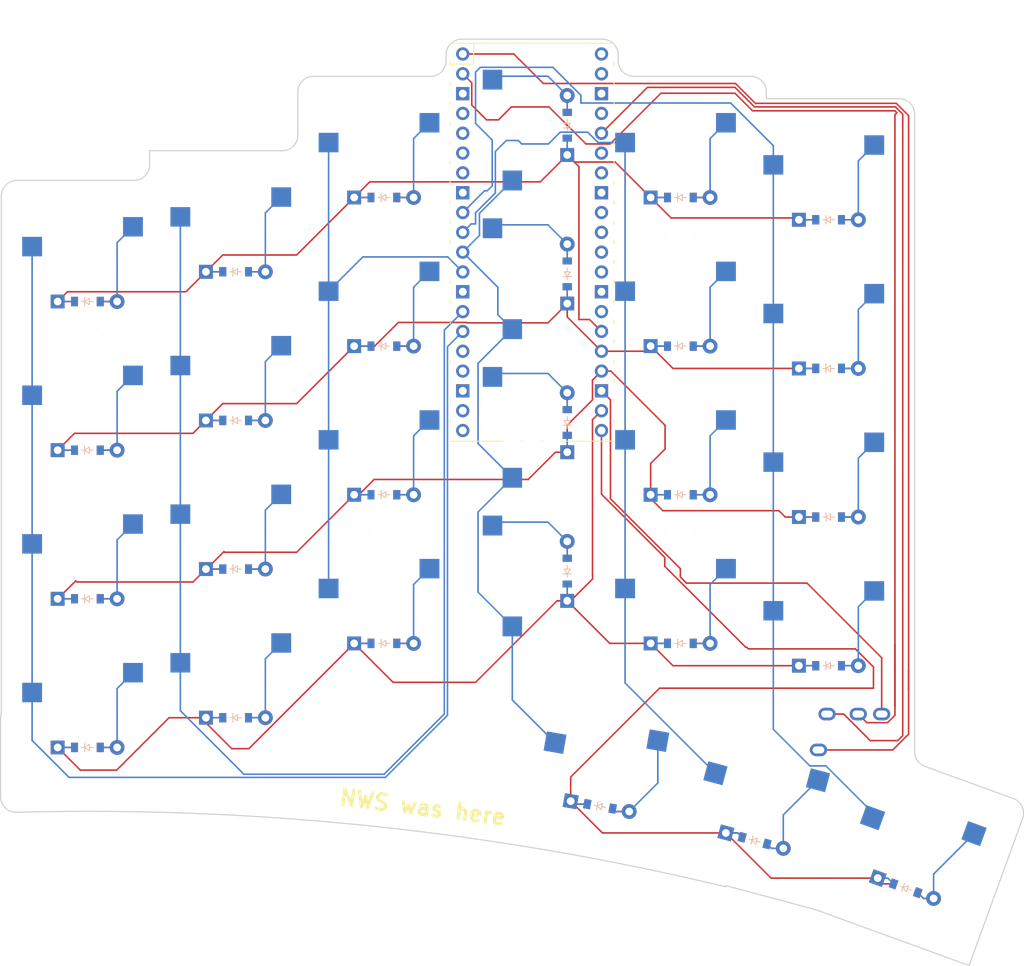
<source format=kicad_pcb>
(kicad_pcb (version 20241229) (generator "pcbnew") (generator_version "9.0")
  (title_block (title "left") (date "2025-08-21") (rev "v1.0.0") (company "Unknown"))
  (layers (0 "F.Cu" signal) (2 "B.Cu" signal) (13 "F.Paste" user) (15 "B.Paste" user) (5 "F.SilkS" user "F.Silkscreen") (7 "B.SilkS" user "B.Silkscreen") (1 "F.Mask" user) (3 "B.Mask" user) (25 "Edge.Cuts" user))
  (net 0 "")
  (net 1 "GP11")
  (net 2 "outer_bottom")
  (net 3 "outer_home")
  (net 4 "outer_top")
  (net 5 "outer_num")
  (net 6 "GP10")
  (net 7 "pinky_bottom")
  (net 8 "pinky_home")
  (net 9 "pinky_top")
  (net 10 "pinky_num")
  (net 11 "GP9")
  (net 12 "ring_bottom")
  (net 13 "ring_home")
  (net 14 "ring_top")
  (net 15 "ring_num")
  (net 16 "GP7")
  (net 17 "index_bottom")
  (net 18 "index_home")
  (net 19 "index_top")
  (net 20 "index_num")
  (net 21 "GP6")
  (net 22 "inner_bottom")
  (net 23 "inner_home")
  (net 24 "inner_top")
  (net 25 "inner_num")
  (net 26 "GP8")
  (net 27 "tuck_only")
  (net 28 "center_only")
  (net 29 "reach_only")
  (net 30 "middle_bottom")
  (net 31 "middle_home")
  (net 32 "middle_top")
  (net 33 "middle_num")
  (net 34 "GP17")
  (net 35 "GP18")
  (net 36 "GP19")
  (net 37 "GP20")
  (net 38 "GP16")
  (net 39 "3V3")
  (net 40 "GP0")
  (net 41 "GP1")
  (net 42 "GND")
  (net 43 "GP2")
  (net 44 "GP3")
  (net 45 "GP4")
  (net 46 "GP5")
  (net 47 "GP12")
  (net 48 "GP13")
  (net 49 "GP14")
  (net 50 "GP15")
  (net 51 "GP21")
  (net 52 "GP22")
  (net 53 "GP26")
  (net 54 "GP27")
  (net 55 "GP28")
  (net 56 "RUN")
  (net 57 "ADC_VREF")
  (net 58 "3V3_EN")
  (net 59 "VSYS")
  (net 60 "VBUS")
  (net 61 "AGND")
  (footprint "ComboDiode" (layer "F.Cu") (at 145 132.11)
    (property "Reference" "D16" (hide yes))
    (property "Value" "" (hide yes))
  )
  (footprint "MX" (layer "F.Cu") (at 164 130.4675)
    (property "Reference" "S20" (hide yes))
    (property "Value" "" (hide yes))
  )
  (footprint "ComboDiode" (layer "F.Cu") (at 107 189.26)
    (property "Reference" "D9" (hide yes))
    (property "Value" "" (hide yes))
  )
  (footprint "ComboDiode" (layer "F.Cu") (at 145 151.16)
    (property "Reference" "D15" (hide yes))
    (property "Value" "" (hide yes))
  )
  (footprint "MX" (layer "F.Cu") (at 164 187.6175)
    (property "Reference" "S17" (hide yes))
    (property "Value" "" (hide yes))
  )
  (footprint "ComboDiode" (layer "F.Cu") (at 69 164.495)
    (property "Reference" "D3" (hide yes))
    (property "Value" "" (hide yes))
  )
  (footprint "ComboDiode" (layer "F.Cu") (at 145 189.26)
    (property "Reference" "D13" (hide yes))
    (property "Value" "" (hide yes))
  )
  (footprint "MX" (layer "F.Cu") (at 126 179.9975 90)
    (property "Reference" "S24" (hide yes))
    (property "Value" "" (hide yes))
  )
  (footprint "ComboDiode" (layer "F.Cu") (at 88 141.635)
    (property "Reference" "D8" (hide yes))
    (property "Value" "" (hide yes))
  )
  (footprint "MX" (layer "F.Cu") (at 126 122.8475 90)
    (property "Reference" "S27" (hide yes))
    (property "Value" "" (hide yes))
  )
  (footprint "RPi_Pico_SMD_TH" (layer "F.Cu") (at 126 137.8475)
    (property "Reference" "_1" (hide yes))
    (property "Value" "RPi_Pico_SMD_TH")
  )
  (footprint "MX" (layer "F.Cu") (at 88 156.185)
    (property "Reference" "S7" (hide yes))
    (property "Value" "" (hide yes))
  )
  (footprint "ComboDiode" (layer "F.Cu") (at 107 151.16)
    (property "Reference" "D11" (hide yes))
    (property "Value" "" (hide yes))
  )
  (footprint "MX" (layer "F.Cu") (at 88 194.285)
    (property "Reference" "S5" (hide yes))
    (property "Value" "" (hide yes))
  )
  (footprint "MX" (layer "F.Cu") (at 107 165.71)
    (property "Reference" "S10" (hide yes))
    (property "Value" "" (hide yes))
  )
  (footprint "MX" (layer "F.Cu") (at 164 168.5675)
    (property "Reference" "S18" (hide yes))
    (property "Value" "" (hide yes))
  )
  (footprint "ComboDiode" (layer "F.Cu") (at 130.5 179.9975 90)
    (property "Reference" "D24" (hide yes))
    (property "Value" "" (hide yes))
  )
  (footprint "ComboDiode" (layer "F.Cu") (at 88 179.735)
    (property "Reference" "D6" (hide yes))
    (property "Value" "" (hide yes))
  )
  (footprint "MX" (layer "F.Cu") (at 107 146.66)
    (property "Reference" "S11" (hide yes))
    (property "Value" "" (hide yes))
  )
  (footprint "ComboDiode" (layer "F.Cu") (at 164 192.1175)
    (property "Reference" "D17" (hide yes))
    (property "Value" "" (hide yes))
  )
  (footprint "MX" (layer "F.Cu") (at 107 127.61)
    (property "Reference" "S12" (hide yes))
    (property "Value" "" (hide yes))
  )
  (footprint "HOLE_M2_TH" (layer "F.Cu") (at 165.16057 216.739174 -20)
    (property "Reference" "")
    (property "Value" "")
  )
  (footprint "MX" (layer "F.Cu") (at 145 127.61)
    (property "Reference" "S16" (hide yes))
    (property "Value" "" (hide yes))
  )
  (footprint "ComboDiode" (layer "F.Cu") (at 130.5 141.8975 90)
    (property "Reference" "D26" (hide yes))
    (property "Value" "" (hide yes))
  )
  (footprint "HOLE_M2_TH" (layer "F.Cu") (at 69 188.57)
    (property "Reference" "")
    (property "Value" "")
  )
  (footprint "MX" (layer "F.Cu") (at 88 137.135)
    (property "Reference" "S8" (hide yes))
    (property "Value" "" (hide yes))
  )
  (footprint "ComboDiode" (layer "F.Cu") (at 88 198.785)
    (property "Reference" "D5" (hide yes))
    (property "Value" "" (hide yes))
  )
  (footprint "HOLE_M2_TH" (layer "F.Cu") (at 69 150.47)
    (property "Reference" "")
    (property "Value" "")
  )
  (footprint "MX" (layer "F.Cu") (at 126 160.9475 90)
    (property "Reference" "S25" (hide yes))
    (property "Value" "" (hide yes))
  )
  (footprint "ComboDiode" (layer "F.Cu") (at 130.5 160.9475 90)
    (property "Reference" "D25" (hide yes))
    (property "Value" "" (hide yes))
  )
  (footprint "ComboDiode" (layer "F.Cu") (at 134.693583 210.146635 -10)
    (property "Reference" "D21" (hide yes))
    (property "Value" "" (hide yes))
  )
  (footprint "ComboDiode" (layer "F.Cu") (at 164 134.9675)
    (property "Reference" "D20" (hide yes))
    (property "Value" "" (hide yes))
  )
  (footprint "HOLE_M2_TH" (layer "F.Cu") (at 145 137.135)
    (property "Reference" "")
    (property "Value" "")
  )
  (footprint "ComboDiode" (layer "F.Cu") (at 107 170.21)
    (property "Reference" "D10" (hide yes))
    (property "Value" "" (hide yes))
  )
  (footprint "ComboDiode" (layer "F.Cu") (at 130.5 122.8475 90)
    (property "Reference" "D27" (hide yes))
    (property "Value" "" (hide yes))
  )
  (footprint "MX" (layer "F.Cu") (at 69 179.045)
    (property "Reference" "S2" (hide yes))
    (property "Value" "" (hide yes))
  )
  (footprint "MX" (layer "F.Cu") (at 175.414239 216.416687 -20)
    (property "Reference" "S23" (hide yes))
    (property "Value" "" (hide yes))
  )
  (footprint "HOLE_M2_TH" (layer "F.Cu") (at 107 175.235)
    (property "Reference" "")
    (property "Value" "")
  )
  (footprint "ComboDiode" (layer "F.Cu") (at 164 154.0175)
    (property "Reference" "D19" (hide yes))
    (property "Value" "" (hide yes))
  )
  (footprint "ComboDiode" (layer "F.Cu") (at 164 173.0675)
    (property "Reference" "D18" (hide yes))
    (property "Value" "" (hide yes))
  )
  (footprint "MX" (layer "F.Cu") (at 155.678242 210.193951 -15)
    (property "Reference" "S22" (hide yes))
    (property "Value" "" (hide yes))
  )
  (footprint "MX" (layer "F.Cu") (at 126 141.8975 90)
    (property "Reference" "S26" (hide yes))
    (property "Value" "" (hide yes))
  )
  (footprint "ComboDiode" (layer "F.Cu") (at 69 145.445)
    (property "Reference" "D4" (hide yes))
    (property "Value" "" (hide yes))
  )
  (footprint "MX" (layer "F.Cu") (at 88 175.235)
    (property "Reference" "S6" (hide yes))
    (property "Value" "" (hide yes))
  )
  (footprint "ComboDiode" (layer "F.Cu") (at 69 202.595)
    (property "Reference" "D1" (hide yes))
    (property "Value" "" (hide yes))
  )
  (footprint "ComboDiode" (layer "F.Cu") (at 69 183.545)
    (property "Reference" "D2" (hide yes))
    (property "Value" "" (hide yes))
  )
  (footprint "MX" (layer "F.Cu") (at 69 198.095)
    (property "Reference" "S1" (hide yes))
    (property "Value" "" (hide yes))
  )
  (footprint "MX" (layer "F.Cu") (at 145 165.71)
    (property "Reference" "S14" (hide yes))
    (property "Value" "" (hide yes))
  )
  (footprint "ComboDiode" (layer "F.Cu") (at 107 132.11)
    (property "Reference" "D12" (hide yes))
    (property "Value" "" (hide yes))
  )
  (footprint "MX" (layer "F.Cu") (at 107 184.76)
    (property "Reference" "S9" (hide yes))
    (property "Value" "" (hide yes))
  )
  (footprint "ComboDiode" (layer "F.Cu") (at 173.875148 220.645304 -20)
    (property "Reference" "D23" (hide yes))
    (property "Value" "" (hide yes))
  )
  (footprint "ComboDiode" (layer "F.Cu") (at 154.513557 214.540617 -15)
    (property "Reference" "D22" (hide yes))
    (property "Value" "" (hide yes))
  )
  (footprint "MX" (layer "F.Cu") (at 69 159.995)
    (property "Reference" "S3" (hide yes))
    (property "Value" "" (hide yes))
  )
  (footprint "HOLE_M2_TH" (layer "F.Cu") (at 145 175.235)
    (property "Reference" "")
    (property "Value" "")
  )
  (footprint "ComboDiode" (layer "F.Cu") (at 88 160.685)
    (property "Reference" "D7" (hide yes))
    (property "Value" "" (hide yes))
  )
  (footprint "MX" (layer "F.Cu") (at 69 140.945)
    (property "Reference" "S4" (hide yes))
    (property "Value" "" (hide yes))
  )
  (footprint "MX" (layer "F.Cu") (at 135.475 205.715 -10)
    (property "Reference" "S21" (hide yes))
    (property "Value" "" (hide yes))
  )
  (footprint "MX" (layer "F.Cu") (at 164 149.5175)
    (property "Reference" "S19" (hide yes))
    (property "Value" "" (hide yes))
  )
  (footprint "ComboDiode" (layer "F.Cu") (at 145 170.21)
    (property "Reference" "D14" (hide yes))
    (property "Value" "" (hide yes))
  )
  (footprint "MX" (layer "F.Cu") (at 145 146.66)
    (property "Reference" "S15" (hide yes))
    (property "Value" "" (hide yes))
  )
  (footprint "MX" (layer "F.Cu") (at 145 184.76)
    (property "Reference" "S13" (hide yes))
    (property "Value" "" (hide yes))
  )
  (footprint "ceoloide:trrs_pj320a" (layer "B.Cu") (at 174 200.6175 -90)
    (property "Reference" "TRRS1" (hide yes))
    (property "Value" "")
  )
  (gr_line (start 137.025 114.585) (end 137.025 113.8225) (stroke (width 0.15)) (layer "Edge.Cuts"))
  (gr_line (start 76.975 126.11) (end 76.975 127.92) (stroke (width 0.15)) (layer "Edge.Cuts"))
  (gr_arc (start 57.975 131.92) (mid 58.560786 130.505786) (end 59.975 129.92) (stroke (width 0.15)) (layer "Edge.Cuts"))
  (gr_line (start 156.025 119.4425) (end 156.025 118.585) (stroke (width 0.15)) (layer "Edge.Cuts"))
  (gr_line (start 93.975 126.11) (end 76.975 126.11) (stroke (width 0.15)) (layer "Edge.Cuts"))
  (gr_arc (start 59.927469 210.905525) (mid 105.66354 212.69915) (end 150.774461 220.445772) (stroke (width 0.15)) (layer "Edge.Cuts"))
  (gr_arc (start 95.975 118.585) (mid 96.560786 117.170786) (end 97.975 116.585) (stroke (width 0.15)) (layer "Edge.Cuts"))
  (gr_line (start 114.975 113.8225) (end 114.975 114.585) (stroke (width 0.15)) (layer "Edge.Cuts"))
  (gr_line (start 182.003578 230.54757) (end 188.861082 211.706733) (stroke (width 0.15)) (layer "Edge.Cuts"))
  (gr_arc (start 76.975 127.92) (mid 76.389214 129.334214) (end 74.975 129.92) (stroke (width 0.15)) (layer "Edge.Cuts"))
  (gr_line (start 150.774461 220.445772) (end 150.800031 220.300758) (stroke (width 0.15)) (layer "Edge.Cuts"))
  (gr_arc (start 139.025 116.585) (mid 137.610786 115.999214) (end 137.025 114.585) (stroke (width 0.15)) (layer "Edge.Cuts"))
  (gr_line (start 112.975 116.585) (end 97.975 116.585) (stroke (width 0.15)) (layer "Edge.Cuts"))
  (gr_line (start 74.975 129.92) (end 59.975 129.92) (stroke (width 0.15)) (layer "Edge.Cuts"))
  (gr_arc (start 176.34096 205.021426) (mid 175.38668 204.289197) (end 175.025 203.14204) (stroke (width 0.15)) (layer "Edge.Cuts"))
  (gr_arc (start 114.975 113.8225) (mid 115.560786 112.408286) (end 116.975 111.8225) (stroke (width 0.15)) (layer "Edge.Cuts"))
  (gr_arc (start 173.025 119.4425) (mid 174.439214 120.028286) (end 175.025 121.4425) (stroke (width 0.15)) (layer "Edge.Cuts"))
  (gr_line (start 135.025 111.8225) (end 116.975 111.8225) (stroke (width 0.15)) (layer "Edge.Cuts"))
  (gr_arc (start 135.025 111.8225) (mid 136.439214 112.408286) (end 137.025 113.8225) (stroke (width 0.15)) (layer "Edge.Cuts"))
  (gr_line (start 150.800031 220.300758) (end 162.363646 223.399219) (stroke (width 0.15)) (layer "Edge.Cuts"))
  (gr_line (start 187.665737 209.143307) (end 176.34096 205.021426) (stroke (width 0.15)) (layer "Edge.Cuts"))
  (gr_line (start 154.025 116.585) (end 139.025 116.585) (stroke (width 0.15)) (layer "Edge.Cuts"))
  (gr_line (start 95.975 118.585) (end 95.975 124.11) (stroke (width 0.15)) (layer "Edge.Cuts"))
  (gr_line (start 175.025 203.14204) (end 175.025 121.4425) (stroke (width 0.15)) (layer "Edge.Cuts"))
  (gr_arc (start 154.025 116.585) (mid 155.439214 117.170786) (end 156.025 118.585) (stroke (width 0.15)) (layer "Edge.Cuts"))
  (gr_arc (start 59.927469 210.905525) (mid 58.479456 210.338858) (end 57.875 208.906213) (stroke (width 0.15)) (layer "Edge.Cuts"))
  (gr_arc (start 95.975 124.11) (mid 95.389214 125.524214) (end 93.975 126.11) (stroke (width 0.15)) (layer "Edge.Cuts"))
  (gr_line (start 162.363646 223.399219) (end 182.003578 230.54757) (stroke (width 0.15)) (layer "Edge.Cuts"))
  (gr_line (start 173.025 119.4425) (end 156.025 119.4425) (stroke (width 0.15)) (layer "Edge.Cuts"))
  (gr_line (start 57.875 208.906213) (end 57.875 198.78191) (stroke (width 0.15)) (layer "Edge.Cuts"))
  (gr_arc (start 187.665737 209.143307) (mid 188.794319 210.177456) (end 188.861082 211.706733) (stroke (width 0.15)) (layer "Edge.Cuts"))
  (gr_arc (start 114.975 114.585) (mid 114.389214 115.999214) (end 112.975 116.585) (stroke (width 0.15)) (layer "Edge.Cuts"))
  (gr_line (start 57.975 198.214782) (end 57.975 131.92) (stroke (width 0.15)) (layer "Edge.Cuts"))
  (gr_line (start 57.975 198.214782) (end 57.875 198.78191) (stroke (width 0.15)) (layer "Edge.Cuts"))
  (gr_text "NWS was here" (at 122.829462 211.608663 -7) (layer "F.SilkS") (effects (font (size 2 2) (thickness 0.4)) (justify right)))
  (segment (start 115.151 198.476533) (end 107.191766 206.435767) (width 0.2) (layer "B.Cu") (net 1))
  (segment (start 61.915 195.555) (end 61.915 138.405) (width 0.2) (layer "B.Cu") (net 1))
  (segment (start 115.151 151.2365) (end 115.151 198.476533) (width 0.2) (layer "B.Cu") (net 1))
  (segment (start 61.915 201.7) (end 61.915 195.555) (width 0.2) (layer "B.Cu") (net 1))
  (segment (start 66.650767 206.435767) (end 61.915 201.7) (width 0.2) (layer "B.Cu") (net 1))
  (segment (start 107.191766 206.435767) (end 66.650767 206.435767) (width 0.2) (layer "B.Cu") (net 1))
  (segment (start 117.11 149.2775) (end 115.151 151.2365) (width 0.2) (layer "B.Cu") (net 1))
  (segment (start 72.81 202.595) (end 70.65 202.595) (width 0.2) (layer "F.Cu") (net 2))
  (segment (start 74.842 193.015) (end 72.81 195.047) (width 0.2) (layer "B.Cu") (net 2))
  (segment (start 72.81 202.595) (end 70.65 202.595) (width 0.2) (layer "B.Cu") (net 2))
  (segment (start 72.81 195.047) (end 72.81 202.595) (width 0.2) (layer "B.Cu") (net 2))
  (segment (start 72.81 183.545) (end 70.65 183.545) (width 0.2) (layer "F.Cu") (net 3))
  (segment (start 74.842 173.965) (end 72.81 175.997) (width 0.2) (layer "B.Cu") (net 3))
  (segment (start 70.65 183.545) (end 72.81 183.545) (width 0.2) (layer "B.Cu") (net 3))
  (segment (start 72.81 175.997) (end 72.81 183.545) (width 0.2) (layer "B.Cu") (net 3))
  (segment (start 72.81 164.495) (end 70.65 164.495) (width 0.2) (layer "F.Cu") (net 4))
  (segment (start 74.842 154.915) (end 72.81 156.947) (width 0.2) (layer "B.Cu") (net 4))
  (segment (start 72.81 164.495) (end 70.65 164.495) (width 0.2) (layer "B.Cu") (net 4))
  (segment (start 72.81 156.947) (end 72.81 164.495) (width 0.2) (layer "B.Cu") (net 4))
  (segment (start 72.81 145.445) (end 70.65 145.445) (width 0.2) (layer "F.Cu") (net 5))
  (segment (start 72.81 145.445) (end 70.65 145.445) (width 0.2) (layer "B.Cu") (net 5))
  (segment (start 74.842 135.865) (end 72.81 137.897) (width 0.2) (layer "B.Cu") (net 5))
  (segment (start 72.81 137.897) (end 72.81 145.445) (width 0.2) (layer "B.Cu") (net 5))
  (segment (start 89.059767 206.034767) (end 107.025666 206.034767) (width 0.2) (layer "B.Cu") (net 6))
  (segment (start 114.75 149.0975) (end 117.11 146.7375) (width 0.2) (layer "B.Cu") (net 6))
  (segment (start 80.915 191.745) (end 80.915 197.89) (width 0.2) (layer "B.Cu") (net 6))
  (segment (start 114.75 198.310433) (end 114.75 149.0975) (width 0.2) (layer "B.Cu") (net 6))
  (segment (start 80.915 197.89) (end 89.059767 206.034767) (width 0.2) (layer "B.Cu") (net 6))
  (segment (start 80.915 191.745) (end 80.915 134.595) (width 0.2) (layer "B.Cu") (net 6))
  (segment (start 107.025666 206.034767) (end 114.75 198.310433) (width 0.2) (layer "B.Cu") (net 6))
  (segment (start 91.81 198.785) (end 89.65 198.785) (width 0.2) (layer "F.Cu") (net 7))
  (segment (start 93.842 189.205) (end 91.81 191.237) (width 0.2) (layer "B.Cu") (net 7))
  (segment (start 89.65 198.785) (end 91.81 198.785) (width 0.2) (layer "B.Cu") (net 7))
  (segment (start 91.81 191.237) (end 91.81 198.785) (width 0.2) (layer "B.Cu") (net 7))
  (segment (start 91.81 179.735) (end 89.65 179.735) (width 0.2) (layer "F.Cu") (net 8))
  (segment (start 91.81 179.735) (end 89.65 179.735) (width 0.2) (layer "B.Cu") (net 8))
  (segment (start 91.81 172.187) (end 91.81 179.735) (width 0.2) (layer "B.Cu") (net 8))
  (segment (start 93.842 170.155) (end 91.81 172.187) (width 0.2) (layer "B.Cu") (net 8))
  (segment (start 91.81 160.685) (end 89.65 160.685) (width 0.2) (layer "F.Cu") (net 9))
  (segment (start 93.842 151.105) (end 91.81 153.137) (width 0.2) (layer "B.Cu") (net 9))
  (segment (start 91.81 153.137) (end 91.81 160.685) (width 0.2) (layer "B.Cu") (net 9))
  (segment (start 91.81 160.685) (end 89.65 160.685) (width 0.2) (layer "B.Cu") (net 9))
  (segment (start 91.81 141.635) (end 89.65 141.635) (width 0.2) (layer "F.Cu") (net 10))
  (segment (start 91.81 141.635) (end 89.65 141.635) (width 0.2) (layer "B.Cu") (net 10))
  (segment (start 93.842 132.055) (end 91.81 134.087) (width 0.2) (layer "B.Cu") (net 10))
  (segment (start 91.81 134.087) (end 91.81 141.635) (width 0.2) (layer "B.Cu") (net 10))
  (segment (start 99.915 144.12) (end 104.306 139.729) (width 0.2) (layer "B.Cu") (net 11))
  (segment (start 104.306 139.729) (end 115.1815 139.729) (width 0.2) (layer "B.Cu") (net 11))
  (segment (start 99.915 182.22) (end 99.915 125.07) (width 0.2) (layer "B.Cu") (net 11))
  (segment (start 115.1815 139.729) (end 117.11 141.6575) (width 0.2) (layer "B.Cu") (net 11))
  (segment (start 110.81 189.26) (end 108.65 189.26) (width 0.2) (layer "F.Cu") (net 12))
  (segment (start 108.65 189.26) (end 110.81 189.26) (width 0.2) (layer "B.Cu") (net 12))
  (segment (start 110.81 181.712) (end 110.81 189.26) (width 0.2) (layer "B.Cu") (net 12))
  (segment (start 112.842 179.68) (end 110.81 181.712) (width 0.2) (layer "B.Cu") (net 12))
  (segment (start 110.81 170.21) (end 108.65 170.21) (width 0.2) (layer "F.Cu") (net 13))
  (segment (start 112.842 160.63) (end 110.81 162.662) (width 0.2) (layer "B.Cu") (net 13))
  (segment (start 110.81 162.662) (end 110.81 170.21) (width 0.2) (layer "B.Cu") (net 13))
  (segment (start 110.81 170.21) (end 108.65 170.21) (width 0.2) (layer "B.Cu") (net 13))
  (segment (start 110.81 151.16) (end 108.65 151.16) (width 0.2) (layer "F.Cu") (net 14))
  (segment (start 112.842 141.58) (end 110.81 143.612) (width 0.2) (layer "B.Cu") (net 14))
  (segment (start 110.81 143.612) (end 110.81 151.16) (width 0.2) (layer "B.Cu") (net 14))
  (segment (start 110.81 151.16) (end 108.65 151.16) (width 0.2) (layer "B.Cu") (net 14))
  (segment (start 110.81 132.11) (end 108.65 132.11) (width 0.2) (layer "F.Cu") (net 15))
  (segment (start 108.65 132.11) (end 110.81 132.11) (width 0.2) (layer "B.Cu") (net 15))
  (segment (start 112.842 122.53) (end 110.81 124.562) (width 0.2) (layer "B.Cu") (net 15))
  (segment (start 110.81 124.562) (end 110.81 132.11) (width 0.2) (layer "B.Cu") (net 15))
  (segment (start 124.226709 124.8065) (end 122.693291 124.8065) (width 0.2) (layer "B.Cu") (net 16))
  (segment (start 137.915 125.07) (end 137.735 125.25) (width 0.2) (layer "B.Cu") (net 16))
  (segment (start 118.75 134.0754) (end 118.75 135.5) (width 0.2) (layer "B.Cu") (net 16))
  (segment (start 129.599 123.7465) (end 133.13124 123.7465) (width 0.2) (layer "B.Cu") (net 16))
  (segment (start 134.45474 125.07) (end 137.915 125.07) (width 0.2) (layer "B.Cu") (net 16))
  (segment (start 121.2877 131.5377) (end 118.75 134.0754) (width 0.2) (layer "B.Cu") (net 16))
  (segment (start 128.097 125.2485) (end 129.599 123.7465) (width 0.2) (layer "B.Cu") (net 16))
  (segment (start 133.13124 123.7465) (end 134.45474 125.07) (width 0.2) (layer "B.Cu") (net 16))
  (segment (start 121.2877 126.212091) (end 121.2877 131.5377) (width 0.2) (layer "B.Cu") (net 16))
  (segment (start 124.66871 125.2485) (end 128.097 125.2485) (width 0.2) (layer "B.Cu") (net 16))
  (segment (start 124.670209 125.25) (end 124.460105 125.039895) (width 0.2) (layer "B.Cu") (net 16))
  (segment (start 118.1875 135.5) (end 117.11 136.5775) (width 0.2) (layer "B.Cu") (net 16))
  (segment (start 137.915 182.22) (end 137.915 194.329708) (width 0.2) (layer "B.Cu") (net 16))
  (segment (start 137.915 194.329708) (end 149.492058 205.906766) (width 0.2) (layer "B.Cu") (net 16))
  (segment (start 118.75 135.5) (end 118.1875 135.5) (width 0.2) (layer "B.Cu") (net 16))
  (segment (start 122.693291 124.8065) (end 121.2877 126.212091) (width 0.2) (layer "B.Cu") (net 16))
  (segment (start 124.460105 125.039895) (end 124.226709 124.8065) (width 0.2) (layer "B.Cu") (net 16))
  (segment (start 137.915 125.07) (end 137.915 182.22) (width 0.2) (layer "B.Cu") (net 16))
  (segment (start 124.460105 125.039895) (end 124.66871 125.2485) (width 0.2) (layer "B.Cu") (net 16))
  (segment (start 148.81 189.26) (end 146.65 189.26) (width 0.2) (layer "F.Cu") (net 17))
  (segment (start 148.81 189.26) (end 146.65 189.26) (width 0.2) (layer "B.Cu") (net 17))
  (segment (start 150.842 179.68) (end 148.81 181.712) (width 0.2) (layer "B.Cu") (net 17))
  (segment (start 148.81 181.712) (end 148.81 189.26) (width 0.2) (layer "B.Cu") (net 17))
  (segment (start 148.81 170.21) (end 146.65 170.21) (width 0.2) (layer "F.Cu") (net 18))
  (segment (start 148.81 170.21) (end 146.65 170.21) (width 0.2) (layer "B.Cu") (net 18))
  (segment (start 148.81 162.662) (end 148.81 170.21) (width 0.2) (layer "B.Cu") (net 18))
  (segment (start 150.842 160.63) (end 148.81 162.662) (width 0.2) (layer "B.Cu") (net 18))
  (segment (start 148.81 151.16) (end 146.65 151.16) (width 0.2) (layer "F.Cu") (net 19))
  (segment (start 150.842 141.58) (end 148.81 143.612) (width 0.2) (layer "B.Cu") (net 19))
  (segment (start 146.65 151.16) (end 148.81 151.16) (width 0.2) (layer "B.Cu") (net 19))
  (segment (start 148.81 143.612) (end 148.81 151.16) (width 0.2) (layer "B.Cu") (net 19))
  (segment (start 148.81 132.11) (end 146.65 132.11) (width 0.2) (layer "F.Cu") (net 20))
  (segment (start 150.842 122.53) (end 148.81 124.562) (width 0.2) (layer "B.Cu") (net 20))
  (segment (start 148.81 124.562) (end 148.81 132.11) (width 0.2) (layer "B.Cu") (net 20))
  (segment (start 148.81 132.11) (end 146.65 132.11) (width 0.2) (layer "B.Cu") (net 20))
  (segment (start 156.915 200.272397) (end 161.60327 204.960667) (width 0.2) (layer "B.Cu") (net 21))
  (segment (start 163.65575 204.960667) (end 169.625248 210.930165) (width 0.2) (layer "B.Cu") (net 21))
  (segment (start 120.8867 130.6133) (end 120.25 131.25) (width 0.2) (layer "B.Cu") (net 21))
  (segment (start 118.75 116.0485) (end 118.75 122.6133) (width 0.2) (layer "B.Cu") (net 21))
  (segment (start 120.25 131.25) (end 119.8975 131.25) (width 0.2) (layer "B.Cu") (net 21))
  (segment (start 156.915 127.9275) (end 156.915 185.0775) (width 0.2) (layer "B.Cu") (net 21))
  (segment (start 156.915 185.0775) (end 156.915 200.272397) (width 0.2) (layer "B.Cu") (net 21))
  (segment (start 151.439 120) (end 132.25 120) (width 0.2) (layer "B.Cu") (net 21))
  (segment (start 156.915 125.476) (end 151.439 120) (width 0.2) (layer "B.Cu") (net 21))
  (segment (start 169.625248 210.930165) (end 169.625248 211.606655) (width 0.2) (layer "B.Cu") (net 21))
  (segment (start 132.25 120) (end 132.25 119.014783) (width 0.2) (layer "B.Cu") (net 21))
  (segment (start 119.8975 131.25) (end 117.11 134.0375) (width 0.2) (layer "B.Cu") (net 21))
  (segment (start 120.8867 124.75) (end 120.8867 130.6133) (width 0.2) (layer "B.Cu") (net 21))
  (segment (start 128.664717 115.4295) (end 119.369 115.4295) (width 0.2) (layer "B.Cu") (net 21))
  (segment (start 161.60327 204.960667) (end 163.65575 204.960667) (width 0.2) (layer "B.Cu") (net 21))
  (segment (start 156.915 127.9275) (end 156.915 125.476) (width 0.2) (layer "B.Cu") (net 21))
  (segment (start 119.369 115.4295) (end 118.75 116.0485) (width 0.2) (layer "B.Cu") (net 21))
  (segment (start 118.75 122.6133) (end 120.8867 124.75) (width 0.2) (layer "B.Cu") (net 21))
  (segment (start 132.25 119.014783) (end 128.664717 115.4295) (width 0.2) (layer "B.Cu") (net 21))
  (segment (start 167.81 192.1175) (end 165.65 192.1175) (width 0.2) (layer "F.Cu") (net 22))
  (segment (start 167.81 192.1175) (end 165.65 192.1175) (width 0.2) (layer "B.Cu") (net 22))
  (segment (start 167.81 184.5695) (end 167.81 192.1175) (width 0.2) (layer "B.Cu") (net 22))
  (segment (start 169.842 182.5375) (end 167.81 184.5695) (width 0.2) (layer "B.Cu") (net 22))
  (segment (start 167.81 173.0675) (end 165.65 173.0675) (width 0.2) (layer "F.Cu") (net 23))
  (segment (start 167.81 173.0675) (end 165.65 173.0675) (width 0.2) (layer "B.Cu") (net 23))
  (segment (start 167.81 165.5195) (end 167.81 173.0675) (width 0.2) (layer "B.Cu") (net 23))
  (segment (start 169.842 163.4875) (end 167.81 165.5195) (width 0.2) (layer "B.Cu") (net 23))
  (segment (start 167.81 154.0175) (end 165.65 154.0175) (width 0.2) (layer "F.Cu") (net 24))
  (segment (start 167.81 146.4695) (end 167.81 154.0175) (width 0.2) (layer "B.Cu") (net 24))
  (segment (start 169.842 144.4375) (end 167.81 146.4695) (width 0.2) (layer "B.Cu") (net 24))
  (segment (start 167.81 154.0175) (end 165.65 154.0175) (width 0.2) (layer "B.Cu") (net 24))
  (segment (start 167.81 134.9675) (end 165.65 134.9675) (width 0.2) (layer "F.Cu") (net 25))
  (segment (start 167.81 127.4195) (end 167.81 134.9675) (width 0.2) (layer "B.Cu") (net 25))
  (segment (start 165.65 134.9675) (end 167.81 134.9675) (width 0.2) (layer "B.Cu") (net 25))
  (segment (start 169.842 125.3875) (end 167.81 127.4195) (width 0.2) (layer "B.Cu") (net 25))
  (segment (start 119.069 172.4235) (end 119.069 182.6915) (width 0.2) (layer "B.Cu") (net 26))
  (segment (start 119.25 136.9775) (end 117.11 139.1175) (width 0.2) (layer "B.Cu") (net 26))
  (segment (start 121.609 147.1315) (end 121.609 143.6165) (width 0.2) (layer "B.Cu") (net 26))
  (segment (start 123.46 148.9825) (end 119.069 153.3735) (width 0.2) (layer "B.Cu") (net 26))
  (segment (start 123.46 148.9825) (end 121.609 147.1315) (width 0.2) (layer "B.Cu") (net 26))
  (segment (start 119.069 182.6915) (end 123.46 187.0825) (width 0.2) (layer "B.Cu") (net 26))
  (segment (start 119.069 163.6415) (end 123.46 168.0325) (width 0.2) (layer "B.Cu") (net 26))
  (segment (start 119.069 153.3735) (end 119.069 163.6415) (width 0.2) (layer "B.Cu") (net 26))
  (segment (start 123.46 129.9325) (end 119.25 134.1425) (width 0.2) (layer "B.Cu") (net 26))
  (segment (start 119.25 134.1425) (end 119.25 136.9775) (width 0.2) (layer "B.Cu") (net 26))
  (segment (start 123.46 168.0325) (end 119.069 172.4235) (width 0.2) (layer "B.Cu") (net 26))
  (segment (start 121.609 143.6165) (end 117.11 139.1175) (width 0.2) (layer "B.Cu") (net 26))
  (segment (start 123.46 187.0825) (end 123.46 196.504588) (width 0.2) (layer "B.Cu") (net 26))
  (segment (start 123.46 196.504588) (end 128.938703 201.983291) (width 0.2) (layer "B.Cu") (net 26))
  (segment (start 136.693597 210.808235) (end 136.318516 210.433154) (width 0.2) (layer "F.Cu") (net 27))
  (segment (start 138.445701 210.808235) (end 136.693597 210.808235) (width 0.2) (layer "F.Cu") (net 27))
  (segment (start 142.11038 201.726629) (end 142.11038 207.143556) (width 0.2) (layer "B.Cu") (net 27))
  (segment (start 136.693597 210.808235) (end 136.318516 210.433154) (width 0.2) (layer "B.Cu") (net 27))
  (segment (start 142.11038 207.143556) (end 138.445701 210.808235) (width 0.2) (layer "B.Cu") (net 27))
  (segment (start 138.445701 210.808235) (end 136.693597 210.808235) (width 0.2) (layer "B.Cu") (net 27))
  (segment (start 156.107335 214.967668) (end 156.666385 215.526718) (width 0.2) (layer "F.Cu") (net 28))
  (segment (start 156.666385 215.526718) (end 158.193734 215.526718) (width 0.2) (layer "F.Cu") (net 28))
  (segment (start 156.666385 215.526718) (end 156.107335 214.967668) (width 0.2) (layer "B.Cu") (net 28))
  (segment (start 158.193734 211.241316) (end 158.193734 215.526718) (width 0.2) (layer "B.Cu") (net 28))
  (segment (start 158.193734 215.526718) (end 156.666385 215.526718) (width 0.2) (layer "B.Cu") (net 28))
  (segment (start 162.635981 206.799069) (end 158.193734 211.241316) (width 0.2) (layer "B.Cu") (net 28))
  (segment (start 176.164405 221.948401) (end 177.455377 221.948401) (width 0.2) (layer "F.Cu") (net 29))
  (segment (start 175.425641 221.209637) (end 176.164405 221.948401) (width 0.2) (layer "F.Cu") (net 29))
  (segment (start 175.425641 221.209637) (end 176.164405 221.948401) (width 0.2) (layer "B.Cu") (net 29))
  (segment (start 182.641386 213.64113) (end 177.455377 218.827139) (width 0.2) (layer "B.Cu") (net 29))
  (segment (start 177.455377 218.827139) (end 177.455377 221.948401) (width 0.2) (layer "B.Cu") (net 29))
  (segment (start 176.164405 221.948401) (end 177.455377 221.948401) (width 0.2) (layer "B.Cu") (net 29))
  (segment (start 130.5 176.1875) (end 130.5 178.3475) (width 0.2) (layer "F.Cu") (net 30))
  (segment (start 128.0281 173.7156) (end 130.5 176.1875) (width 0.2) (layer "B.Cu") (net 30))
  (segment (start 121.3599 173.7156) (end 128.0281 173.7156) (width 0.2) (layer "B.Cu") (net 30))
  (segment (start 120.92 174.1555) (end 121.3599 173.7156) (width 0.2) (layer "B.Cu") (net 30))
  (segment (start 130.5 178.3475) (end 130.5 176.1875) (width 0.2) (layer "B.Cu") (net 30))
  (segment (start 130.5 157.1375) (end 130.5 159.2975) (width 0.2) (layer "F.Cu") (net 31))
  (segment (start 130.5 157.1375) (end 130.5 159.2975) (width 0.2) (layer "B.Cu") (net 31))
  (segment (start 121.3599 154.6656) (end 128.0281 154.6656) (width 0.2) (layer "B.Cu") (net 31))
  (segment (start 128.0281 154.6656) (end 130.5 157.1375) (width 0.2) (layer "B.Cu") (net 31))
  (segment (start 120.92 155.1055) (end 121.3599 154.6656) (width 0.2) (layer "B.Cu") (net 31))
  (segment (start 130.5 140.2475) (end 130.5 138.0875) (width 0.2) (layer "F.Cu") (net 32))
  (segment (start 121.3599 135.6156) (end 128.0281 135.6156) (width 0.2) (layer "B.Cu") (net 32))
  (segment (start 130.5 138.0875) (end 130.5 140.2475) (width 0.2) (layer "B.Cu") (net 32))
  (segment (start 128.0281 135.6156) (end 130.5 138.0875) (width 0.2) (layer "B.Cu") (net 32))
  (segment (start 120.92 136.0555) (end 121.3599 135.6156) (width 0.2) (layer "B.Cu") (net 32))
  (segment (start 130.5 119.0375) (end 130.5 121.1975) (width 0.2) (layer "F.Cu") (net 33))
  (segment (start 128.0281 116.5656) (end 130.5 119.0375) (width 0.2) (layer "B.Cu") (net 33))
  (segment (start 121.3599 116.5656) (end 128.0281 116.5656) (width 0.2) (layer "B.Cu") (net 33))
  (segment (start 120.92 117.0055) (end 121.3599 116.5656) (width 0.2) (layer "B.Cu") (net 33))
  (segment (start 130.5 119.0375) (end 130.5 121.1975) (width 0.2) (layer "B.Cu") (net 33))
  (segment (start 65.19 202.595) (end 68.095 205.5) (width 0.2) (layer "F.Cu") (net 34))
  (segment (start 118.75 194.25) (end 129.1925 183.8075) (width 0.2) (layer "F.Cu") (net 34))
  (segment (start 89.7 202.75) (end 103.19 189.26) (width 0.2) (layer "F.Cu") (net 34))
  (segment (start 72.75 205.5) (end 79.465 198.785) (width 0.2) (layer "F.Cu") (net 34))
  (segment (start 133.739 180.489) (end 133.75 180.5) (width 0.2) (layer "F.Cu") (net 34))
  (segment (start 108.18 194.25) (end 118.75 194.25) (width 0.2) (layer "F.Cu") (net 34))
  (segment (start 129.1925 183.8075) (end 130.5 183.8075) (width 0.2) (layer "F.Cu") (net 34))
  (segment (start 130.9425 183.8075) (end 130.5 183.8075) (width 0.2) (layer "F.Cu") (net 34))
  (segment (start 84.19 199.44) (end 87.5 202.75) (width 0.2) (layer "F.Cu") (net 34))
  (segment (start 79.465 198.785) (end 84.19 198.785) (width 0.2) (layer "F.Cu") (net 34))
  (segment (start 160.19 192.1175) (end 162.35 192.1175) (width 0.2) (layer "F.Cu") (net 34))
  (segment (start 135.9525 189.26) (end 130.5 183.8075) (width 0.2) (layer "F.Cu") (net 34))
  (segment (start 87.5 202.75) (end 89.7 202.75) (width 0.2) (layer "F.Cu") (net 34))
  (segment (start 160.19 192.1175) (end 144.0475 192.1175) (width 0.2) (layer "F.Cu") (net 34))
  (segment (start 133.75 181) (end 130.9425 183.8075) (width 0.2) (layer "F.Cu") (net 34))
  (segment (start 103.19 189.26) (end 105.35 189.26) (width 0.2) (layer "F.Cu") (net 34))
  (segment (start 141.19 189.26) (end 135.9525 189.26) (width 0.2) (layer "F.Cu") (net 34))
  (segment (start 133.75 180.5) (end 133.75 181) (width 0.2) (layer "F.Cu") (net 34))
  (segment (start 141.19 189.26) (end 143.35 189.26) (width 0.2) (layer "F.Cu") (net 34))
  (segment (start 130.5 183.8075) (end 130.5 181.6475) (width 0.2) (layer "F.Cu") (net 34))
  (segment (start 84.19 198.785) (end 86.35 198.785) (width 0.2) (layer "F.Cu") (net 34))
  (segment (start 133.739 160.5885) (end 133.739 180.489) (width 0.2) (layer "F.Cu") (net 34))
  (segment (start 103.19 189.26) (end 108.18 194.25) (width 0.2) (layer "F.Cu") (net 34))
  (segment (start 134.89 159.4375) (end 133.739 160.5885) (width 0.2) (layer "F.Cu") (net 34))
  (segment (start 84.19 198.785) (end 84.19 199.44) (width 0.2) (layer "F.Cu") (net 34))
  (segment (start 144.0475 192.1175) (end 141.19 189.26) (width 0.2) (layer "F.Cu") (net 34))
  (segment (start 68.095 205.5) (end 72.75 205.5) (width 0.2) (layer "F.Cu") (net 34))
  (segment (start 65.19 202.595) (end 67.35 202.595) (width 0.2) (layer "F.Cu") (net 34))
  (segment (start 84.19 198.785) (end 86.35 198.785) (width 0.2) (layer "B.Cu") (net 34))
  (segment (start 103.19 189.26) (end 105.35 189.26) (width 0.2) (layer "B.Cu") (net 34))
  (segment (start 65.19 202.595) (end 67.35 202.595) (width 0.2) (layer "B.Cu") (net 34))
  (segment (start 162.35 192.1175) (end 160.19 192.1175) (width 0.2) (layer "B.Cu") (net 34))
  (segment (start 130.5 183.8075) (end 130.5 181.6475) (width 0.2) (layer "B.Cu") (net 34))
  (segment (start 143.35 189.26) (end 141.19 189.26) (width 0.2) (layer "B.Cu") (net 34))
  (segment (start 160.19 173.0675) (end 162.35 173.0675) (width 0.2) (layer "F.Cu") (net 35))
  (segment (start 143.041 164.352811) (end 141.19 166.203811) (width 0.2) (layer "F.Cu") (net 35))
  (segment (start 142.75 172.25) (end 157.6275 172.25) (width 0.2) (layer "F.Cu") (net 35))
  (segment (start 65.19 183.545) (end 65.205 183.545) (width 0.2) (layer "F.Cu") (net 35))
  (segment (start 84.19 179.735) (end 84.265 179.735) (width 0.2) (layer "F.Cu") (net 35))
  (segment (start 141.19 170.69) (end 142.75 172.25) (width 0.2) (layer "F.Cu") (net 35))
  (segment (start 141.19 166.203811) (end 141.19 170.21) (width 0.2) (layer "F.Cu") (net 35))
  (segment (start 157.6275 172.25) (end 158.445 173.0675) (width 0.2) (layer "F.Cu") (net 35))
  (segment (start 133.739 155.5085) (end 134.89 154.3575) (width 0.2) (layer "F.Cu") (net 35))
  (segment (start 130.5 161.75) (end 130.5 162.5975) (width 0.2) (layer "F.Cu") (net 35))
  (segment (start 141.19 170.21) (end 141.19 170.69) (width 0.2) (layer "F.Cu") (net 35))
  (segment (start 105.75 168.25) (end 125.5 168.25) (width 0.2) (layer "F.Cu") (net 35))
  (segment (start 67.6399 181.3899) (end 82.5351 181.3899) (width 0.2) (layer "F.Cu") (net 35))
  (segment (start 86.5 177.5) (end 86.5799 177.5799) (width 0.2) (layer "F.Cu") (net 35))
  (segment (start 95.8201 177.5799) (end 103.19 170.21) (width 0.2) (layer "F.Cu") (net 35))
  (segment (start 130.5 164.7575) (end 130.5 161.75) (width 0.2) (layer "F.Cu") (net 35))
  (segment (start 84.265 179.735) (end 86.5 177.5) (width 0.2) (layer "F.Cu") (net 35))
  (segment (start 82.5351 181.3899) (end 84.19 179.735) (width 0.2) (layer "F.Cu") (net 35))
  (segment (start 86.5799 177.5799) (end 95.8201 177.5799) (width 0.2) (layer "F.Cu") (net 35))
  (segment (start 141.19 170.21) (end 143.35 170.21) (width 0.2) (layer "F.Cu") (net 35))
  (segment (start 125.5 168.25) (end 128.9925 164.7575) (width 0.2) (layer "F.Cu") (net 35))
  (segment (start 136.092081 154.3575) (end 143.041 161.306419) (width 0.2) (layer "F.Cu") (net 35))
  (segment (start 133.739 158.0485) (end 133.739 155.5085) (width 0.2) (layer "F.Cu") (net 35))
  (segment (start 130.5 161.75) (end 130.5 161.2875) (width 0.2) (layer "F.Cu") (net 35))
  (segment (start 130.5 161.2875) (end 133.739 158.0485) (width 0.2) (layer "F.Cu") (net 35))
  (segment (start 103.19 170.21) (end 105.35 170.21) (width 0.2) (layer "F.Cu") (net 35))
  (segment (start 130.5 164.7575) (end 130.5 162.5975) (width 0.2) (layer "F.Cu") (net 35))
  (segment (start 134.89 154.3575) (end 136.092081 154.3575) (width 0.2) (layer "F.Cu") (net 35))
  (segment (start 103.79 170.21) (end 105.75 168.25) (width 0.2) (layer "F.Cu") (net 35))
  (segment (start 158.445 173.0675) (end 160.19 173.0675) (width 0.2) (layer "F.Cu") (net 35))
  (segment (start 67.5 181.25) (end 67.6399 181.3899) (width 0.2) (layer "F.Cu") (net 35))
  (segment (start 84.19 179.735) (end 86.35 179.735) (width 0.2) (layer "F.Cu") (net 35))
  (segment (start 128.9925 164.7575) (end 130.5 164.7575) (width 0.2) (layer "F.Cu") (net 35))
  (segment (start 65.19 183.545) (end 67.35 183.545) (width 0.2) (layer "F.Cu") (net 35))
  (segment (start 143.041 161.306419) (end 143.041 164.352811) (width 0.2) (layer "F.Cu") (net 35))
  (segment (start 65.205 183.545) (end 67.5 181.25) (width 0.2) (layer "F.Cu") (net 35))
  (segment (start 103.19 170.21) (end 103.79 170.21) (width 0.2) (layer "F.Cu") (net 35))
  (segment (start 105.35 170.21) (end 103.19 170.21) (width 0.2) (layer "B.Cu") (net 35))
  (segment (start 130.5 162.5975) (end 130.5 164.7575) (width 0.2) (layer "B.Cu") (net 35))
  (segment (start 143.35 170.21) (end 141.19 170.21) (width 0.2) (layer "B.Cu") (net 35))
  (segment (start 86.35 179.735) (end 84.19 179.735) (width 0.2) (layer "B.Cu") (net 35))
  (segment (start 65.19 183.545) (end 67.35 183.545) (width 0.2) (layer "B.Cu") (net 35))
  (segment (start 162.35 173.0675) (end 160.19 173.0675) (width 0.2) (layer "B.Cu") (net 35))
  (segment (start 65.19 164.495) (end 67.35 164.495) (width 0.2) (layer "F.Cu") (net 36))
  (segment (start 108.849689 148.1265) (end 105.816189 151.16) (width 0.2) (layer "F.Cu") (net 36))
  (segment (start 105.816189 151.16) (end 103.19 151.16) (width 0.2) (layer "F.Cu") (net 36))
  (segment (start 117.63966 148.1794) (end 117.58676 148.1265) (width 0.2) (layer "F.Cu") (net 36))
  (segment (start 128.0281 148.1794) (end 117.63966 148.1794) (width 0.2) (layer "F.Cu") (net 36))
  (segment (start 140.5325 151.8175) (end 141.19 151.16) (width 0.2) (layer "F.Cu") (net 36))
  (segment (start 86.3451 158.5299) (end 84.19 160.685) (width 0.2) (layer "F.Cu") (net 36))
  (segment (start 130.5 145.7075) (end 130.5 147.4275) (width 0.2) (layer "F.Cu") (net 36))
  (segment (start 84.19 160.685) (end 86.35 160.685) (width 0.2) (layer "F.Cu") (net 36))
  (segment (start 141.19 151.16) (end 143.35 151.16) (width 0.2) (layer "F.Cu") (net 36))
  (segment (start 117.58676 148.1265) (end 108.849689 148.1265) (width 0.2) (layer "F.Cu") (net 36))
  (segment (start 144.0475 154.0175) (end 141.19 151.16) (width 0.2) (layer "F.Cu") (net 36))
  (segment (start 134.89 151.8175) (end 140.5325 151.8175) (width 0.2) (layer "F.Cu") (net 36))
  (segment (start 103.19 151.16) (end 95.8201 158.5299) (width 0.2) (layer "F.Cu") (net 36))
  (segment (start 130.5 147.4275) (end 134.89 151.8175) (width 0.2) (layer "F.Cu") (net 36))
  (segment (start 160.19 154.0175) (end 144.0475 154.0175) (width 0.2) (layer "F.Cu") (net 36))
  (segment (start 162.35 154.0175) (end 160.19 154.0175) (width 0.2) (layer "F.Cu") (net 36))
  (segment (start 95.8201 158.5299) (end 86.3451 158.5299) (width 0.2) (layer "F.Cu") (net 36))
  (segment (start 130.5 145.7075) (end 128.0281 148.1794) (width 0.2) (layer "F.Cu") (net 36))
  (segment (start 84.19 160.685) (end 82.5351 162.3399) (width 0.2) (layer "F.Cu") (net 36))
  (segment (start 130.5 143.5475) (end 130.5 145.7075) (width 0.2) (layer "F.Cu") (net 36))
  (segment (start 67.3451 162.3399) (end 65.19 164.495) (width 0.2) (layer "F.Cu") (net 36))
  (segment (start 82.5351 162.3399) (end 67.3451 162.3399) (width 0.2) (layer "F.Cu") (net 36))
  (segment (start 105.35 151.16) (end 103.19 151.16) (width 0.2) (layer "B.Cu") (net 36))
  (segment (start 162.35 154.0175) (end 160.19 154.0175) (width 0.2) (layer "B.Cu") (net 36))
  (segment (start 67.35 164.495) (end 65.19 164.495) (width 0.2) (layer "B.Cu") (net 36))
  (segment (start 141.19 151.16) (end 143.35 151.16) (width 0.2) (layer "B.Cu") (net 36))
  (segment (start 130.5 145.7075) (end 130.5 143.5475) (width 0.2) (layer "B.Cu") (net 36))
  (segment (start 86.35 160.685) (end 84.19 160.685) (width 0.2) (layer "B.Cu") (net 36))
  (segment (start 141.19 132.11) (end 143.35 132.11) (width 0.2) (layer "F.Cu") (net 37))
  (segment (start 105.35 132.11) (end 103.19 132.11) (width 0.2) (layer "F.Cu") (net 37))
  (segment (start 103.19 132.11) (end 95.8201 139.4799) (width 0.2) (layer "F.Cu") (net 37))
  (segment (start 160.19 134.9675) (end 162.35 134.9675) (width 0.2) (layer "F.Cu") (net 37))
  (segment (start 141.19 132.11) (end 136.6485 127.5685) (width 0.2) (layer "F.Cu") (net 37))
  (segment (start 103.19 132.11) (end 105.1915 130.1085) (width 0.2) (layer "F.Cu") (net 37))
  (segment (start 159.9565 134.734) (end 143.814 134.734) (width 0.2) (layer "F.Cu") (net 37))
  (segment (start 105.1915 130.1085) (end 127.049 130.1085) (width 0.2) (layer "F.Cu") (net 37))
  (segment (start 81.6335 144.1915) (end 66.4435 144.1915) (width 0.2) (layer "F.Cu") (net 37))
  (segment (start 86.3451 139.4799) (end 84.19 141.635) (width 0.2) (layer "F.Cu") (net 37))
  (segment (start 95.8201 139.4799) (end 86.3451 139.4799) (width 0.2) (layer "F.Cu") (net 37))
  (segment (start 133.3625 147.75) (end 134.89 149.2775) (width 0.2) (layer "F.Cu") (net 37))
  (segment (start 130.5 126.6575) (end 130.5 124.4975) (width 0.2) (layer "F.Cu") (net 37))
  (segment (start 127.049 130.1085) (end 130.5 126.6575) (width 0.2) (layer "F.Cu") (net 37))
  (segment (start 65.19 145.445) (end 67.35 145.445) (width 0.2) (layer "F.Cu") (net 37))
  (segment (start 160.19 134.9675) (end 159.9565 134.734) (width 0.2) (layer "F.Cu") (net 37))
  (segment (start 143.814 134.734) (end 141.19 132.11) (width 0.2) (layer "F.Cu") (net 37))
  (segment (start 132 128.1575) (end 132 147.75) (width 0.2) (layer "F.Cu") (net 37))
  (segment (start 131.411 127.5685) (end 130.5 126.6575) (width 0.2) (layer "F.Cu") (net 37))
  (segment (start 84.19 141.635) (end 81.6335 144.1915) (width 0.2) (layer "F.Cu") (net 37))
  (segment (start 130.5 126.6575) (end 132 128.1575) (width 0.2) (layer "F.Cu") (net 37))
  (segment (start 132 147.75) (end 133.3625 147.75) (width 0.2) (layer "F.Cu") (net 37))
  (segment (start 136.6485 127.5685) (end 131.411 127.5685) (width 0.2) (layer "F.Cu") (net 37))
  (segment (start 84.19 141.635) (end 86.35 141.635) (width 0.2) (layer "F.Cu") (net 37))
  (segment (start 66.4435 144.1915) (end 65.19 145.445) (width 0.2) (layer "F.Cu") (net 37))
  (segment (start 143.35 132.11) (end 141.19 132.11) (width 0.2) (layer "B.Cu") (net 37))
  (segment (start 130.5 124.4975) (end 130.5 126.6575) (width 0.2) (layer "B.Cu") (net 37))
  (segment (start 160.19 134.9675) (end 162.35 134.9675) (width 0.2) (layer "B.Cu") (net 37))
  (segment (start 84.19 141.635) (end 86.35 141.635) (width 0.2) (layer "B.Cu") (net 37))
  (segment (start 103.19 132.11) (end 105.35 132.11) (width 0.2) (layer "B.Cu") (net 37))
  (segment (start 65.19 145.445) (end 67.35 145.445) (width 0.2) (layer "B.Cu") (net 37))
  (segment (start 152.360729 213.554516) (end 152.919779 214.113566) (width 0.2) (layer "F.Cu") (net 38))
  (segment (start 170.294919 219.342207) (end 156.621071 219.342207) (width 0.2) (layer "F.Cu") (net 38))
  (segment (start 134.89 170.14) (end 134.89 161.9775) (width 0.2) (layer "F.Cu") (net 38))
  (segment (start 135.010946 213.554516) (end 130.941465 209.485035) (width 0.2) (layer "F.Cu") (net 38))
  (segment (start 142.333647 195) (end 169.75 195) (width 0.2) (layer "F.Cu") (net 38))
  (segment (start 169.75 195) (end 169.75 192.284783) (width 0.2) (layer "F.Cu") (net 38))
  (segment (start 150.83338 213.554516) (end 135.010946 213.554516) (width 0.2) (layer "F.Cu") (net 38))
  (segment (start 133.06865 209.860116) (end 131.316546 209.860116) (width 0.2) (layer "F.Cu") (net 38))
  (segment (start 170.294919 219.342207) (end 171.033683 220.080971) (width 0.2) (layer "F.Cu") (net 38))
  (segment (start 130.941465 206.392182) (end 142.333647 195) (width 0.2) (layer "F.Cu") (net 38))
  (segment (start 167.427617 189.9624) (end 153.7124 189.9624) (width 0.2) (layer "F.Cu") (net 38))
  (segment (start 130.941465 209.485035) (end 130.941465 206.392182) (width 0.2) (layer "F.Cu") (net 38))
  (segment (start 156.621071 219.342207) (end 150.83338 213.554516) (width 0.2) (layer "F.Cu") (net 38))
  (segment (start 150.83338 213.554516) (end 152.360729 213.554516) (width 0.2) (layer "F.Cu") (net 38))
  (segment (start 153.7124 189.9624) (end 153.5 189.75) (width 0.2) (layer "F.Cu") (net 38))
  (segment (start 143 178.25) (end 134.89 170.14) (width 0.2) (layer "F.Cu") (net 38))
  (segment (start 131.316546 209.860116) (end 130.941465 209.485035) (width 0.2) (layer "F.Cu") (net 38))
  (segment (start 169.75 192.284783) (end 167.427617 189.9624) (width 0.2) (layer "F.Cu") (net 38))
  (segment (start 171.033683 220.080971) (end 172.324655 220.080971) (width 0.2) (layer "F.Cu") (net 38))
  (segment (start 153.370257 189.75) (end 143 179.379743) (width 0.2) (layer "F.Cu") (net 38))
  (segment (start 143 179.379743) (end 143 178.25) (width 0.2) (layer "F.Cu") (net 38))
  (segment (start 153.5 189.75) (end 153.370257 189.75) (width 0.2) (layer "F.Cu") (net 38))
  (segment (start 152.919779 214.113566) (end 152.360729 213.554516) (width 0.2) (layer "B.Cu") (net 38))
  (segment (start 152.360729 213.554516) (end 150.83338 213.554516) (width 0.2) (layer "B.Cu") (net 38))
  (segment (start 171.585891 219.342207) (end 170.294919 219.342207) (width 0.2) (layer "B.Cu") (net 38))
  (segment (start 133.06865 209.860116) (end 131.316546 209.860116) (width 0.2) (layer "B.Cu") (net 38))
  (segment (start 131.316546 209.860116) (end 130.941465 209.485035) (width 0.2) (layer "B.Cu") (net 38))
  (segment (start 172.324655 220.080971) (end 171.585891 219.342207) (width 0.2) (layer "B.Cu") (net 38))
  (segment (start 169.336 201.7185) (end 172.856049 201.7185) (width 0.2) (layer "F.Cu") (net 39))
  (segment (start 173.5 121.4329) (end 172.5671 120.5) (width 0.2) (layer "F.Cu") (net 39))
  (segment (start 173.5 201.074549) (end 173.5 121.4329) (width 0.2) (layer "F.Cu") (net 39))
  (segment (start 154.5 120.5) (end 152 118) (width 0.2) (layer "F.Cu") (net 39))
  (segment (start 163.8 198.3175) (end 165.935 198.3175) (width 0.2) (layer "F.Cu") (net 39))
  (segment (start 172.5671 120.5) (end 154.5 120.5) (width 0.2) (layer "F.Cu") (net 39))
  (segment (start 152 118) (end 140.7675 118) (width 0.2) (layer "F.Cu") (net 39))
  (segment (start 172.856049 201.7185) (end 173.5 201.074549) (width 0.2) (layer "F.Cu") (net 39))
  (segment (start 165.935 198.3175) (end 169.336 201.7185) (width 0.2) (layer "F.Cu") (net 39))
  (segment (start 140.7675 118) (end 134.89 123.8775) (width 0.2) (layer "F.Cu") (net 39))
  (segment (start 174.25 194.75) (end 174.25 192.75) (width 0.2) (layer "F.Cu") (net 40))
  (segment (start 154.7065 120.0435) (end 154.65855 120.09145) (width 0.2) (layer "F.Cu") (net 40))
  (segment (start 172.224149 202.9175) (end 174.25 200.891649) (width 0.2) (layer "F.Cu") (net 40))
  (segment (start 174.25 121.6158) (end 172.6777 120.0435) (width 0.2) (layer "F.Cu") (net 40))
  (segment (start 162.7 202.9175) (end 172.224149 202.9175) (width 0.2) (layer "F.Cu") (net 40))
  (segment (start 174.25 192.75) (end 174.25 121.6158) (width 0.2) (layer "F.Cu") (net 40))
  (segment (start 174.25 195.25) (end 174.25 192.75) (width 0.2) (layer "F.Cu") (net 40))
  (segment (start 174.25 195.25) (end 174.25 194.75) (width 0.2) (layer "F.Cu") (net 40))
  (segment (start 123.649743 113.7175) (end 117.11 113.7175) (width 0.2) (layer "F.Cu") (net 40))
  (segment (start 172.6777 120.0435) (end 154.7065 120.0435) (width 0.2) (layer "F.Cu") (net 40))
  (segment (start 174.25 200.891649) (end 174.25 195.25) (width 0.2) (layer "F.Cu") (net 40))
  (segment (start 152.0671 117.5) (end 127.432243 117.5) (width 0.2) (layer "F.Cu") (net 40))
  (segment (start 127.432243 117.5) (end 123.649743 113.7175) (width 0.2) (layer "F.Cu") (net 40))
  (segment (start 154.65855 120.09145) (end 152.0671 117.5) (width 0.2) (layer "F.Cu") (net 40))
  (segment (start 167.8 198.3175) (end 168.901 199.4185) (width 0.2) (layer "F.Cu") (net 41))
  (segment (start 142.5 118.75) (end 136 125.25) (width 0.2) (layer "F.Cu") (net 41))
  (segment (start 172.5 192.75) (end 172.5 189.5) (width 0.2) (layer "F.Cu") (net 41))
  (segment (start 172.5 121.5) (end 172.75 121.25) (width 0.2) (layer "F.Cu") (net 41))
  (segment (start 168.901 199.4185) (end 171.556049 199.4185) (width 0.2) (layer "F.Cu") (net 41))
  (segment (start 172.5 197.25) (end 172.5 192.75) (width 0.2) (layer "F.Cu") (net 41))
  (segment (start 154.25 121) (end 152 118.75) (width 0.2) (layer "F.Cu") (net 41))
  (segment (start 172.5 189.5) (end 172.5 121.5) (width 0.2) (layer "F.Cu") (net 41))
  (segment (start 132.9045 125.25) (end 128.1571 120.5026) (width 0.2) (layer "F.Cu") (net 41))
  (segment (start 118.261 120.266209) (end 118.261 117.4085) (width 0.2) (layer "F.Cu") (net 41))
  (segment (start 172.5 189.5) (end 172.5 197.25) (width 0.2) (layer "F.Cu") (net 41))
  (segment (start 118.261 117.4085) (end 117.11 116.2575) (width 0.2) (layer "F.Cu") (net 41))
  (segment (start 121.686709 122.1585) (end 120.153291 122.1585) (width 0.2) (layer "F.Cu") (net 41))
  (segment (start 128.1571 120.5026) (end 123.342609 120.5026) (width 0.2) (layer "F.Cu") (net 41))
  (segment (start 136 125.25) (end 132.9045 125.25) (width 0.2) (layer "F.Cu") (net 41))
  (segment (start 171.556049 199.4185) (end 172.5 198.474549) (width 0.2) (layer "F.Cu") (net 41))
  (segment (start 120.153291 122.1585) (end 118.261 120.266209) (width 0.2) (layer "F.Cu") (net 41))
  (segment (start 172.75 121.25) (end 172.5 121) (width 0.2) (layer "F.Cu") (net 41))
  (segment (start 123.342609 120.5026) (end 121.686709 122.1585) (width 0.2) (layer "F.Cu") (net 41))
  (segment (start 152 118.75) (end 142.5 118.75) (width 0.2) (layer "F.Cu") (net 41))
  (segment (start 172.5 121) (end 154.25 121) (width 0.2) (layer "F.Cu") (net 41))
  (segment (start 172.5 198.474549) (end 172.5 197.25) (width 0.2) (layer "F.Cu") (net 41))
  (segment (start 136.041 170.7239) (end 136.041 158.0485) (width 0.2) (layer "F.Cu") (net 42))
  (segment (start 145.781 181.531) (end 145 180.75) (width 0.2) (layer "F.Cu") (net 42))
  (segment (start 136.041 158.0485) (end 134.89 156.8975) (width 0.2) (layer "F.Cu") (net 42))
  (segment (start 170.8 191.101311) (end 161.229689 181.531) (width 0.2) (layer "F.Cu") (net 42))
  (segment (start 161.229689 181.531) (end 145.781 181.531) (width 0.2) (layer "F.Cu") (net 42))
  (segment (start 145 180.75) (end 145 179.6829) (width 0.2) (layer "F.Cu") (net 42))
  (segment (start 170.8 198.3175) (end 170.8 191.101311) (width 0.2) (layer "F.Cu") (net 42))
  (segment (start 145 179.6829) (end 136.041 170.7239) (width 0.2) (layer "F.Cu") (net 42))
)
</source>
